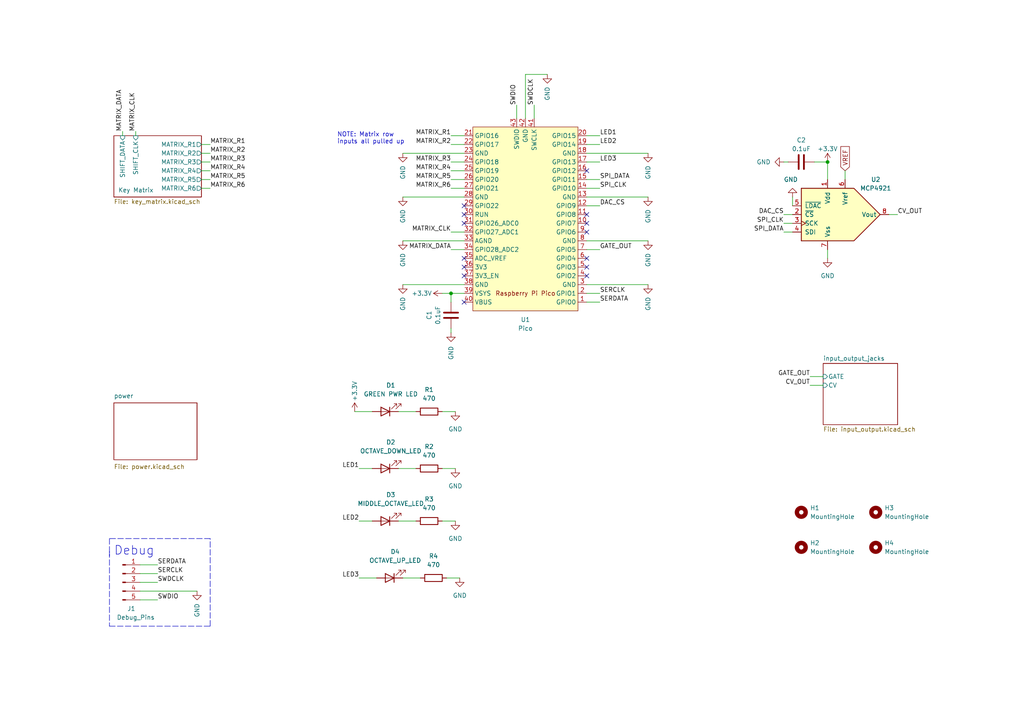
<source format=kicad_sch>
(kicad_sch (version 20211123) (generator eeschema)
  (paper "A4")
  (title_block (title "Keyboard Controller") (rev "1"))
  (lib_symbols
    (symbol "Analog_DAC:MCP4921" (pin_names (offset 1.016))
      (property "Reference" "U" (at 6.35 10.795 0))
      (property "Value" "MCP4921" (at 6.35 8.89 0))
      (symbol "MCP4921_0_0"
        (polyline (pts (xy 15.24 0) (xy 7.62 7.62) (xy -7.62 7.62) (xy -7.62 -7.62) (xy 7.62 -7.62) (xy 15.24 0)) (stroke (width 0.254)) (fill (type background)))
      )
      (symbol "MCP4921_1_1"
        (pin power_in line (at 0 10.16 270) (length 2.54) (name "Vdd") (number "1"))
        (pin input line (at -10.16 0 0) (length 2.54) (name "~{CS}") (number "2"))
        (pin input clock (at -10.16 -2.54 0) (length 2.54) (name "SCK") (number "3"))
        (pin input line (at -10.16 -5.08 0) (length 2.54) (name "SDI") (number "4"))
        (pin input line (at -10.16 2.54 0) (length 2.54) (name "~{LDAC}") (number "5"))
        (pin power_in line (at 5.08 10.16 270) (length 2.54) (name "Vref") (number "6"))
        (pin power_in line (at 0 -10.16 90) (length 2.54) (name "Vss") (number "7"))
        (pin output line (at 17.78 0 180) (length 2.54) (name "Vout") (number "8"))
      )
    )
    (symbol "Connector:Conn_01x05_Male" (pin_names (offset 1.016) hide)
      (property "Reference" "J" (at 0 7.62 0))
      (property "Value" "Conn_01x05_Male" (at 0 -7.62 0))
      (symbol "Conn_01x05_Male_1_1"
        (polyline (pts (xy 1.27 -5.08) (xy 0.8636 -5.08)) (stroke (width 0.1524)))
        (polyline (pts (xy 1.27 -2.54) (xy 0.8636 -2.54)) (stroke (width 0.1524)))
        (polyline (pts (xy 1.27 0) (xy 0.8636 0)) (stroke (width 0.1524)))
        (polyline (pts (xy 1.27 2.54) (xy 0.8636 2.54)) (stroke (width 0.1524)))
        (polyline (pts (xy 1.27 5.08) (xy 0.8636 5.08)) (stroke (width 0.1524)))
        (rectangle (start 0.8636 -4.953) (end 0 -5.207) (stroke (width 0.1524)) (fill (type outline)))
        (rectangle (start 0.8636 -2.413) (end 0 -2.667) (stroke (width 0.1524)) (fill (type outline)))
        (rectangle (start 0.8636 0.127) (end 0 -0.127) (stroke (width 0.1524)) (fill (type outline)))
        (rectangle (start 0.8636 2.667) (end 0 2.413) (stroke (width 0.1524)) (fill (type outline)))
        (rectangle (start 0.8636 5.207) (end 0 4.953) (stroke (width 0.1524)) (fill (type outline)))
        (pin passive line (at 5.08 5.08 180) (length 3.81) (name "Pin_1") (number "1"))
        (pin passive line (at 5.08 2.54 180) (length 3.81) (name "Pin_2") (number "2"))
        (pin passive line (at 5.08 0 180) (length 3.81) (name "Pin_3") (number "3"))
        (pin passive line (at 5.08 -2.54 180) (length 3.81) (name "Pin_4") (number "4"))
        (pin passive line (at 5.08 -5.08 180) (length 3.81) (name "Pin_5") (number "5"))
      )
    )
    (symbol "Device:C" (pin_numbers hide) (pin_names (offset 0.254))
      (property "Reference" "C" (at 0.635 2.54 0))
      (property "Value" "C" (at 0.635 -2.54 0))
      (symbol "C_0_1"
        (polyline (pts (xy -2.032 -0.762) (xy 2.032 -0.762)) (stroke (width 0.508)))
        (polyline (pts (xy -2.032 0.762) (xy 2.032 0.762)) (stroke (width 0.508)))
      )
      (symbol "C_1_1"
        (pin passive line (at 0 3.81 270) (length 2.794) (name "~") (number "1"))
        (pin passive line (at 0 -3.81 90) (length 2.794) (name "~") (number "2"))
      )
    )
    (symbol "Device:LED" (pin_numbers hide) (pin_names (offset 1.016) hide)
      (property "Reference" "D" (at 0 2.54 0))
      (property "Value" "LED" (at 0 -2.54 0))
      (symbol "LED_0_1"
        (polyline (pts (xy -1.27 -1.27) (xy -1.27 1.27)) (stroke (width 0.254)))
        (polyline (pts (xy -1.27 0) (xy 1.27 0)))
        (polyline (pts (xy 1.27 -1.27) (xy 1.27 1.27) (xy -1.27 0) (xy 1.27 -1.27)) (stroke (width 0.254)))
        (polyline (pts (xy -3.048 -0.762) (xy -4.572 -2.286) (xy -3.81 -2.286) (xy -4.572 -2.286) (xy -4.572 -1.524)))
        (polyline (pts (xy -1.778 -0.762) (xy -3.302 -2.286) (xy -2.54 -2.286) (xy -3.302 -2.286) (xy -3.302 -1.524)))
      )
      (symbol "LED_1_1"
        (pin passive line (at -3.81 0 0) (length 2.54) (name "K") (number "1"))
        (pin passive line (at 3.81 0 180) (length 2.54) (name "A") (number "2"))
      )
    )
    (symbol "Device:R" (pin_numbers hide) (pin_names (offset 0))
      (property "Reference" "R" (at 2.032 0 90))
      (property "Value" "R" (at 0 0 90))
      (symbol "R_0_1"
        (rectangle (start -1.016 -2.54) (end 1.016 2.54) (stroke (width 0.254)))
      )
      (symbol "R_1_1"
        (pin passive line (at 0 3.81 270) (length 1.27) (name "~") (number "1"))
        (pin passive line (at 0 -3.81 90) (length 1.27) (name "~") (number "2"))
      )
    )
    (symbol "MCU_RaspberryPi_and_Boards:Pico"
      (property "Reference" "U" (at -13.97 27.94 0))
      (property "Value" "Pico" (at 0 19.05 0))
      (symbol "Pico_0_0"
        (text "Raspberry Pi Pico" (at 0 21.59 0) (effects (font (size 1.27 1.27))))
      )
      (symbol "Pico_0_1"
        (rectangle (start -15.24 26.67) (end 15.24 -26.67) (fill (type background)))
      )
      (symbol "Pico_1_1"
        (pin bidirectional line (at -17.78 24.13 0) (length 2.54) (name "GPIO0") (number "1"))
        (pin bidirectional line (at -17.78 1.27 0) (length 2.54) (name "GPIO7") (number "10"))
        (pin bidirectional line (at -17.78 -1.27 0) (length 2.54) (name "GPIO8") (number "11"))
        (pin bidirectional line (at -17.78 -3.81 0) (length 2.54) (name "GPIO9") (number "12"))
        (pin power_in line (at -17.78 -6.35 0) (length 2.54) (name "GND") (number "13"))
        (pin bidirectional line (at -17.78 -8.89 0) (length 2.54) (name "GPIO10") (number "14"))
        (pin bidirectional line (at -17.78 -11.43 0) (length 2.54) (name "GPIO11") (number "15"))
        (pin bidirectional line (at -17.78 -13.97 0) (length 2.54) (name "GPIO12") (number "16"))
        (pin bidirectional line (at -17.78 -16.51 0) (length 2.54) (name "GPIO13") (number "17"))
        (pin power_in line (at -17.78 -19.05 0) (length 2.54) (name "GND") (number "18"))
        (pin bidirectional line (at -17.78 -21.59 0) (length 2.54) (name "GPIO14") (number "19"))
        (pin bidirectional line (at -17.78 21.59 0) (length 2.54) (name "GPIO1") (number "2"))
        (pin bidirectional line (at -17.78 -24.13 0) (length 2.54) (name "GPIO15") (number "20"))
        (pin bidirectional line (at 17.78 -24.13 180) (length 2.54) (name "GPIO16") (number "21"))
        (pin bidirectional line (at 17.78 -21.59 180) (length 2.54) (name "GPIO17") (number "22"))
        (pin power_in line (at 17.78 -19.05 180) (length 2.54) (name "GND") (number "23"))
        (pin bidirectional line (at 17.78 -16.51 180) (length 2.54) (name "GPIO18") (number "24"))
        (pin bidirectional line (at 17.78 -13.97 180) (length 2.54) (name "GPIO19") (number "25"))
        (pin bidirectional line (at 17.78 -11.43 180) (length 2.54) (name "GPIO20") (number "26"))
        (pin bidirectional line (at 17.78 -8.89 180) (length 2.54) (name "GPIO21") (number "27"))
        (pin power_in line (at 17.78 -6.35 180) (length 2.54) (name "GND") (number "28"))
        (pin bidirectional line (at 17.78 -3.81 180) (length 2.54) (name "GPIO22") (number "29"))
        (pin power_in line (at -17.78 19.05 0) (length 2.54) (name "GND") (number "3"))
        (pin input line (at 17.78 -1.27 180) (length 2.54) (name "RUN") (number "30"))
        (pin bidirectional line (at 17.78 1.27 180) (length 2.54) (name "GPIO26_ADC0") (number "31"))
        (pin bidirectional line (at 17.78 3.81 180) (length 2.54) (name "GPIO27_ADC1") (number "32"))
        (pin power_in line (at 17.78 6.35 180) (length 2.54) (name "AGND") (number "33"))
        (pin bidirectional line (at 17.78 8.89 180) (length 2.54) (name "GPIO28_ADC2") (number "34"))
        (pin power_in line (at 17.78 11.43 180) (length 2.54) (name "ADC_VREF") (number "35"))
        (pin power_in line (at 17.78 13.97 180) (length 2.54) (name "3V3") (number "36"))
        (pin input line (at 17.78 16.51 180) (length 2.54) (name "3V3_EN") (number "37"))
        (pin power_in line (at 17.78 19.05 180) (length 2.54) (name "GND") (number "38"))
        (pin power_in line (at 17.78 21.59 180) (length 2.54) (name "VSYS") (number "39"))
        (pin bidirectional line (at -17.78 16.51 0) (length 2.54) (name "GPIO2") (number "4"))
        (pin power_in line (at 17.78 24.13 180) (length 2.54) (name "VBUS") (number "40"))
        (pin input line (at -2.54 -29.21 90) (length 2.54) (name "SWCLK") (number "41"))
        (pin power_in line (at 0 -29.21 90) (length 2.54) (name "GND") (number "42"))
        (pin bidirectional line (at 2.54 -29.21 90) (length 2.54) (name "SWDIO") (number "43"))
        (pin bidirectional line (at -17.78 13.97 0) (length 2.54) (name "GPIO3") (number "5"))
        (pin bidirectional line (at -17.78 11.43 0) (length 2.54) (name "GPIO4") (number "6"))
        (pin bidirectional line (at -17.78 8.89 0) (length 2.54) (name "GPIO5") (number "7"))
        (pin power_in line (at -17.78 6.35 0) (length 2.54) (name "GND") (number "8"))
        (pin bidirectional line (at -17.78 3.81 0) (length 2.54) (name "GPIO6") (number "9"))
      )
    )
    (symbol "Mechanical:MountingHole" (pin_names (offset 1.016))
      (property "Reference" "H" (at 0 5.08 0))
      (property "Value" "MountingHole" (at 0 3.175 0))
      (symbol "MountingHole_0_1"
        (circle (center 0 0) (radius 1.27) (stroke (width 1.27)))
      )
    )
    (symbol "power:+3.3V" (power) (pin_names (offset 0))
      (property "Value" "+3.3V" (at 0 3.556 0))
      (symbol "+3.3V_0_1"
        (polyline (pts (xy -0.762 1.27) (xy 0 2.54)))
        (polyline (pts (xy 0 0) (xy 0 2.54)))
        (polyline (pts (xy 0 2.54) (xy 0.762 1.27)))
      )
      (symbol "+3.3V_1_1"
        (pin power_in line (at 0 0 90) (length 0) hide (name "+3.3V") (number "1"))
      )
    )
    (symbol "power:GND" (power) (pin_names (offset 0))
      (property "Value" "GND" (at 0 -3.81 0))
      (symbol "GND_0_1"
        (polyline (pts (xy 0 0) (xy 0 -1.27) (xy 1.27 -1.27) (xy 0 -2.54) (xy -1.27 -1.27) (xy 0 -1.27)))
      )
      (symbol "GND_1_1"
        (pin power_in line (at 0 0 270) (length 0) hide (name "GND") (number "1"))
      )
    )
  )
  (junction (at 240.03 46.99))
  (junction (at 130.81 85.09))
  (no_connect (at 134.62 74.93))
  (no_connect (at 134.62 77.47))
  (no_connect (at 134.62 80.01))
  (no_connect (at 170.18 80.01))
  (no_connect (at 170.18 77.47))
  (no_connect (at 170.18 74.93))
  (no_connect (at 170.18 62.23))
  (no_connect (at 170.18 64.77))
  (no_connect (at 170.18 67.31))
  (no_connect (at 170.18 49.53))
  (no_connect (at 134.62 87.63))
  (no_connect (at 134.62 64.77))
  (no_connect (at 134.62 59.69))
  (no_connect (at 134.62 62.23))
  (polyline (pts (xy 31.75 156.21) (xy 31.75 161.29)))
  (wire (pts (xy 128.27 151.13) (xy 132.08 151.13)))
  (wire (pts (xy 130.81 96.52) (xy 130.81 95.25)))
  (polyline (pts (xy 60.96 181.61) (xy 60.96 156.21)))
  (wire (pts (xy 116.84 69.85) (xy 134.62 69.85)))
  (wire (pts (xy 227.33 62.23) (xy 229.87 62.23)))
  (wire (pts (xy 58.42 52.07) (xy 60.96 52.07)))
  (wire (pts (xy 102.87 119.38) (xy 107.95 119.38)))
  (wire (pts (xy 170.18 87.63) (xy 173.99 87.63)))
  (wire (pts (xy 40.64 173.99) (xy 45.72 173.99)))
  (wire (pts (xy 129.54 167.64) (xy 133.35 167.64)))
  (wire (pts (xy 130.81 52.07) (xy 134.62 52.07)))
  (wire (pts (xy 58.42 44.45) (xy 60.96 44.45)))
  (wire (pts (xy 130.81 85.09) (xy 130.81 87.63)))
  (wire (pts (xy 154.94 30.48) (xy 154.94 34.29)))
  (wire (pts (xy 170.18 41.91) (xy 173.99 41.91)))
  (wire (pts (xy 130.81 39.37) (xy 134.62 39.37)))
  (wire (pts (xy 115.57 119.38) (xy 120.65 119.38)))
  (wire (pts (xy 227.33 64.77) (xy 229.87 64.77)))
  (wire (pts (xy 130.81 85.09) (xy 128.27 85.09)))
  (wire (pts (xy 116.84 167.64) (xy 121.92 167.64)))
  (wire (pts (xy 170.18 85.09) (xy 173.99 85.09)))
  (wire (pts (xy 116.84 44.45) (xy 134.62 44.45)))
  (wire (pts (xy 149.86 30.48) (xy 149.86 34.29)))
  (wire (pts (xy 115.57 151.13) (xy 120.65 151.13)))
  (wire (pts (xy 187.96 44.45) (xy 170.18 44.45)))
  (wire (pts (xy 170.18 72.39) (xy 173.99 72.39)))
  (wire (pts (xy 130.81 67.31) (xy 134.62 67.31)))
  (wire (pts (xy 240.03 46.99) (xy 240.03 52.07)))
  (wire (pts (xy 130.81 49.53) (xy 134.62 49.53)))
  (wire (pts (xy 128.27 119.38) (xy 132.08 119.38)))
  (wire (pts (xy 58.42 49.53) (xy 60.96 49.53)))
  (wire (pts (xy 58.42 41.91) (xy 60.96 41.91)))
  (wire (pts (xy 104.14 135.89) (xy 107.95 135.89)))
  (wire (pts (xy 170.18 46.99) (xy 173.99 46.99)))
  (wire (pts (xy 187.96 69.85) (xy 170.18 69.85)))
  (wire (pts (xy 227.33 46.99) (xy 228.6 46.99)))
  (wire (pts (xy 170.18 59.69) (xy 173.99 59.69)))
  (polyline (pts (xy 31.75 181.61) (xy 60.96 181.61)))
  (wire (pts (xy 130.81 72.39) (xy 134.62 72.39)))
  (polyline (pts (xy 31.75 160.02) (xy 31.75 181.61)))
  (wire (pts (xy 152.4 21.59) (xy 158.75 21.59)))
  (wire (pts (xy 40.64 171.45) (xy 57.15 171.45)))
  (wire (pts (xy 229.87 57.15) (xy 229.87 59.69)))
  (wire (pts (xy 39.37 38.1) (xy 39.37 39.37)))
  (wire (pts (xy 240.03 72.39) (xy 240.03 74.93)))
  (wire (pts (xy 115.57 135.89) (xy 120.65 135.89)))
  (wire (pts (xy 130.81 41.91) (xy 134.62 41.91)))
  (wire (pts (xy 40.64 168.91) (xy 45.72 168.91)))
  (wire (pts (xy 170.18 54.61) (xy 173.99 54.61)))
  (wire (pts (xy 134.62 85.09) (xy 130.81 85.09)))
  (wire (pts (xy 257.81 62.23) (xy 260.35 62.23)))
  (wire (pts (xy 35.56 38.1) (xy 35.56 39.37)))
  (wire (pts (xy 170.18 52.07) (xy 173.99 52.07)))
  (wire (pts (xy 170.18 82.55) (xy 187.96 82.55)))
  (wire (pts (xy 187.96 57.15) (xy 170.18 57.15)))
  (wire (pts (xy 152.4 34.29) (xy 152.4 21.59)))
  (wire (pts (xy 104.14 151.13) (xy 107.95 151.13)))
  (wire (pts (xy 116.84 82.55) (xy 134.62 82.55)))
  (wire (pts (xy 245.11 49.53) (xy 245.11 52.07)))
  (wire (pts (xy 234.95 111.76) (xy 238.76 111.76)))
  (wire (pts (xy 234.95 109.22) (xy 238.76 109.22)))
  (wire (pts (xy 128.27 135.89) (xy 132.08 135.89)))
  (wire (pts (xy 40.64 166.37) (xy 45.72 166.37)))
  (wire (pts (xy 104.14 167.64) (xy 109.22 167.64)))
  (wire (pts (xy 170.18 39.37) (xy 173.99 39.37)))
  (polyline (pts (xy 60.96 156.21) (xy 31.75 156.21)))
  (wire (pts (xy 227.33 67.31) (xy 229.87 67.31)))
  (wire (pts (xy 40.64 163.83) (xy 45.72 163.83)))
  (wire (pts (xy 130.81 54.61) (xy 134.62 54.61)))
  (wire (pts (xy 116.84 57.15) (xy 134.62 57.15)))
  (wire (pts (xy 58.42 46.99) (xy 60.96 46.99)))
  (wire (pts (xy 130.81 46.99) (xy 134.62 46.99)))
  (wire (pts (xy 58.42 54.61) (xy 60.96 54.61)))
  (wire (pts (xy 236.22 46.99) (xy 240.03 46.99)))
  (text "NOTE: Matrix row \ninputs all pulled up" (at 97.79 41.91 0) (effects (font (size 1.27 1.27)) (justify left bottom)))
  (text "Debug" (at 33.02 161.29 0) (effects (font (size 2.54 2.54)) (justify left bottom)))
  (label "SWDIO" (at 149.86 30.48 90))
  (label "SERCLK" (at 173.99 85.09 0))
  (label "SERCLK" (at 45.72 166.37 0))
  (label "MATRIX_R4" (at 130.81 49.53 180))
  (label "SPI_DATA" (at 173.99 52.07 0))
  (label "SPI_DATA" (at 227.33 67.31 180))
  (label "LED2" (at 104.14 151.13 180))
  (label "SWDCLK" (at 154.94 30.48 90))
  (label "MATRIX_CLK" (at 130.81 67.31 180))
  (label "MATRIX_R1" (at 130.81 39.37 180))
  (label "SWDIO" (at 45.72 173.99 0))
  (label "MATRIX_R4" (at 60.96 49.53 0))
  (label "MATRIX_R5" (at 130.81 52.07 180))
  (label "MATRIX_R6" (at 130.81 54.61 180))
  (label "MATRIX_R1" (at 60.96 41.91 0))
  (label "MATRIX_R2" (at 130.81 41.91 180))
  (label "MATRIX_DATA" (at 130.81 72.39 180))
  (label "MATRIX_R3" (at 130.81 46.99 180))
  (label "SERDATA" (at 45.72 163.83 0))
  (label "SERDATA" (at 173.99 87.63 0))
  (label "MATRIX_R6" (at 60.96 54.61 0))
  (label "MATRIX_DATA" (at 35.56 38.1 90))
  (label "MATRIX_R2" (at 60.96 44.45 0))
  (label "CV_OUT" (at 234.95 111.76 180))
  (label "LED2" (at 173.99 41.91 0))
  (label "DAC_CS" (at 227.33 62.23 180))
  (label "DAC_CS" (at 173.99 59.69 0))
  (label "SPI_CLK" (at 227.33 64.77 180))
  (label "GATE_OUT" (at 234.95 109.22 180))
  (label "LED3" (at 104.14 167.64 180))
  (label "MATRIX_R5" (at 60.96 52.07 0))
  (label "LED1" (at 104.14 135.89 180))
  (label "LED1" (at 173.99 39.37 0))
  (label "LED3" (at 173.99 46.99 0))
  (label "MATRIX_CLK" (at 39.37 38.1 90))
  (label "GATE_OUT" (at 173.99 72.39 0))
  (label "SWDCLK" (at 45.72 168.91 0))
  (label "CV_OUT" (at 260.35 62.23 0))
  (label "SPI_CLK" (at 173.99 54.61 0))
  (label "MATRIX_R3" (at 60.96 46.99 0))
  (global_label "VREF" (shape input) (at 245.11 49.53 90) (property "Intersheet References" "${INTERSHEET_REFS}" (effects hide)))
  (symbol (lib_id "power:GND") (at 133.35 167.64 0) (unit 1)
    (property "Reference" "#PWR012" (effects hide))
    (property "Value" "GND" (at 133.35 172.72 0))
  )
  (symbol (lib_id "Device:LED") (at 111.76 119.38 180) (unit 1)
    (property "Reference" "D1" (at 113.3475 111.76 0))
    (property "Value" "GREEN PWR LED" (at 113.3475 114.3 0))
    (property "Footprint" "LED_THT:LED_D5.0mm" (effects hide))
    (property "Supplier" "Tayda" (effects hide))
    (property "Manufacturer" "Tayda" (effects hide))
    (property "Manufacturer Part No." "LED 5mm Green" (effects hide))
    (property "Supplier Part No." "A-1553" (effects hide))
  )
  (symbol (lib_id "power:+3.3V") (at 240.03 46.99 0) (unit 1)
    (property "Reference" "#PWR024" (effects hide))
    (property "Value" "+3.3V" (at 240.03 43.18 0))
  )
  (symbol (lib_id "power:GND") (at 116.84 82.55 0) (unit 1)
    (property "Reference" "#PWR06" (effects hide))
    (property "Value" "GND" (at 116.84 90.17 90) (effects (justify left)))
  )
  (symbol (lib_id "power:GND") (at 116.84 57.15 0) (unit 1)
    (property "Reference" "#PWR04" (effects hide))
    (property "Value" "GND" (at 116.84 64.77 90) (effects (justify left)))
  )
  (symbol (lib_id "power:GND") (at 240.03 74.93 0) (unit 1)
    (property "Reference" "#PWR025" (effects hide))
    (property "Value" "GND" (at 240.03 80.01 0))
  )
  (symbol (lib_id "power:+3.3V") (at 128.27 85.09 90) (mirror x) (unit 1)
    (property "Reference" "#PWR07" (effects hide))
    (property "Value" "+3.3V" (at 119.38 85.09 90) (effects (justify right)))
  )
  (symbol (lib_id "power:GND") (at 187.96 69.85 0) (mirror y) (unit 1)
    (property "Reference" "#PWR020" (effects hide))
    (property "Value" "GND" (at 187.96 77.47 90) (effects (justify left)))
  )
  (symbol (lib_id "power:GND") (at 158.75 21.59 0) (mirror y) (unit 1)
    (property "Reference" "#PWR014" (effects hide))
    (property "Value" "GND" (at 158.75 29.21 90) (effects (justify left)))
  )
  (symbol (lib_id "Device:R") (at 125.73 167.64 90) (unit 1)
    (property "Reference" "R4" (at 125.73 161.29 90))
    (property "Value" "470" (at 125.73 163.83 90))
    (property "Footprint" "Royal_Ohm_Resistors:R_Axial_DIN0207_L6.8mm_D2.5mm_P10.16mm_Horizontal" (effects hide))
    (property "Supplier" "Tayda" (effects hide))
    (property "Manufacturer" "Royal Ohm" (effects hide))
    (property "Manufacturer Part No." "MF0W4FF4700A50" (effects hide))
    (property "Supplier Part No." "A-2247" (effects hide))
  )
  (symbol (lib_id "MCU_RaspberryPi_and_Boards:Pico") (at 152.4 63.5 180) (unit 1)
    (property "Reference" "U1" (at 152.4 92.71 0))
    (property "Value" "Pico" (at 152.4 95.25 0))
    (property "Footprint" "MCU_RaspberryPi_and_Boards:RPi_Pico_SMD_TH" (effects hide))
    (property "Manufacturer" "Raspberry Pi" (effects hide))
    (property "Manufacturer Part No." "SC0915" (effects hide))
    (property "Supplier" "Digikey" (effects hide))
    (property "Supplier Part No." "2648-SC0915CT-ND" (effects hide))
  )
  (symbol (lib_id "Mechanical:MountingHole") (at 254 148.59 0) (unit 1)
    (property "Reference" "H3" (at 256.54 147.3199 0) (effects (justify left)))
    (property "Value" "MountingHole" (at 256.54 149.8599 0) (effects (justify left)))
    (property "Footprint" "MountingHole:MountingHole_3.2mm_M3" (effects hide))
    (property "Manufacturer" "N/A" (effects hide))
    (property "Manufacturer Part No." "N/A" (effects hide))
    (property "Notes" "N/A" (effects hide))
    (property "Supplier" "N/A" (effects hide))
    (property "Supplier Part No." "N/A" (effects hide))
  )
  (symbol (lib_id "Mechanical:MountingHole") (at 232.41 148.59 0) (unit 1)
    (property "Reference" "H1" (at 234.95 147.3199 0) (effects (justify left)))
    (property "Value" "MountingHole" (at 234.95 149.8599 0) (effects (justify left)))
    (property "Footprint" "MountingHole:MountingHole_3.2mm_M3" (effects hide))
    (property "Manufacturer" "N/A" (effects hide))
    (property "Manufacturer Part No." "N/A" (effects hide))
    (property "Notes" "N/A" (effects hide))
    (property "Supplier" "N/A" (effects hide))
    (property "Supplier Part No." "N/A" (effects hide))
  )
  (symbol (lib_id "Device:R") (at 124.46 135.89 90) (unit 1)
    (property "Reference" "R2" (at 124.46 129.54 90))
    (property "Value" "470" (at 124.46 132.08 90))
    (property "Footprint" "Royal_Ohm_Resistors:R_Axial_DIN0207_L6.8mm_D2.5mm_P10.16mm_Horizontal" (effects hide))
    (property "Supplier" "Tayda" (effects hide))
    (property "Manufacturer" "Royal Ohm" (effects hide))
    (property "Manufacturer Part No." "MF0W4FF4700A50" (effects hide))
    (property "Supplier Part No." "A-2247" (effects hide))
  )
  (symbol (lib_id "Device:C") (at 232.41 46.99 90) (unit 1)
    (property "Reference" "C2" (at 232.41 40.64 90))
    (property "Value" "0.1uF" (at 232.41 43.18 90))
    (property "Footprint" "AEC_Capacitors:C_Disc_D5.0mm_W2.5mm_P3.0mm" (effects hide))
    (property "Supplier" "Tayda" (effects hide))
    (property "Manufacturer" "AEC" (effects hide))
    (property "Manufacturer Part No." "0.1uF 50V Ceramic Disc Capacitor" (effects hide))
    (property "Supplier Part No." "A-4008" (effects hide))
    (property "Notes" "Ceramic" (effects hide))
  )
  (symbol (lib_id "power:GND") (at 187.96 44.45 0) (mirror y) (unit 1)
    (property "Reference" "#PWR018" (effects hide))
    (property "Value" "GND" (at 187.96 52.07 90) (effects (justify left)))
  )
  (symbol (lib_id "Device:LED") (at 113.03 167.64 180) (unit 1)
    (property "Reference" "D4" (at 114.6175 160.02 0))
    (property "Value" "OCTAVE_UP_LED" (at 114.6175 162.56 0))
    (property "Footprint" "LED_THT:LED_D5.0mm" (effects hide))
    (property "Supplier" "Mouser" (effects hide))
    (property "Manufacturer" "Cree LED" (effects hide))
    (property "Manufacturer Part No." "C503B-RAN-CZ0C0AA1 " (effects hide))
    (property "Notes" "Standard 5mm Red LED" (effects hide))
    (property "Supplier Part No." "941-C503BRANCZ0C0AA1 " (effects hide))
  )
  (symbol (lib_id "Mechanical:MountingHole") (at 254 158.75 0) (unit 1)
    (property "Reference" "H4" (at 256.54 157.4799 0) (effects (justify left)))
    (property "Value" "MountingHole" (at 256.54 160.0199 0) (effects (justify left)))
    (property "Footprint" "MountingHole:MountingHole_3.2mm_M3" (effects hide))
    (property "Manufacturer" "N/A" (effects hide))
    (property "Manufacturer Part No." "N/A" (effects hide))
    (property "Notes" "N/A" (effects hide))
    (property "Supplier" "N/A" (effects hide))
    (property "Supplier Part No." "N/A" (effects hide))
  )
  (symbol (lib_id "power:GND") (at 130.81 96.52 0) (unit 1)
    (property "Reference" "#PWR08" (effects hide))
    (property "Value" "GND" (at 130.8099 100.33 90) (effects (justify right)))
  )
  (symbol (lib_id "power:GND") (at 57.15 171.45 0) (unit 1)
    (property "Reference" "#PWR01" (effects hide))
    (property "Value" "GND" (at 57.15 179.07 90) (effects (justify left)))
  )
  (symbol (lib_id "power:+3.3V") (at 102.87 119.38 0) (mirror y) (unit 1)
    (property "Reference" "#PWR02" (effects hide))
    (property "Value" "+3.3V" (at 102.87 110.49 90) (effects (justify right)))
  )
  (symbol (lib_id "power:GND") (at 132.08 135.89 0) (unit 1)
    (property "Reference" "#PWR010" (effects hide))
    (property "Value" "GND" (at 132.08 140.97 0))
  )
  (symbol (lib_id "Mechanical:MountingHole") (at 232.41 158.75 0) (unit 1)
    (property "Reference" "H2" (at 234.95 157.4799 0) (effects (justify left)))
    (property "Value" "MountingHole" (at 234.95 160.0199 0) (effects (justify left)))
    (property "Footprint" "MountingHole:MountingHole_3.2mm_M3" (effects hide))
    (property "Manufacturer" "N/A" (effects hide))
    (property "Manufacturer Part No." "N/A" (effects hide))
    (property "Notes" "N/A" (effects hide))
    (property "Supplier" "N/A" (effects hide))
    (property "Supplier Part No." "N/A" (effects hide))
  )
  (symbol (lib_id "power:GND") (at 187.96 57.15 0) (mirror y) (unit 1)
    (property "Reference" "#PWR019" (effects hide))
    (property "Value" "GND" (at 187.96 64.77 90) (effects (justify left)))
  )
  (symbol (lib_id "Device:C") (at 130.81 91.44 180) (unit 1)
    (property "Reference" "C1" (at 124.46 91.44 90))
    (property "Value" "0.1uF" (at 127 91.44 90))
    (property "Footprint" "AEC_Capacitors:C_Disc_D5.0mm_W2.5mm_P3.0mm" (effects hide))
    (property "Supplier" "Tayda" (effects hide))
    (property "Manufacturer" "AEC" (effects hide))
    (property "Manufacturer Part No." "0.1uF 50V Ceramic Disc Capacitor" (effects hide))
    (property "Supplier Part No." "A-4008" (effects hide))
    (property "Notes" "Ceramic" (effects hide))
  )
  (symbol (lib_id "Device:LED") (at 111.76 151.13 180) (unit 1)
    (property "Reference" "D3" (at 113.3475 143.51 0))
    (property "Value" "MIDDLE_OCTAVE_LED" (at 113.3475 146.05 0))
    (property "Footprint" "LED_THT:LED_D5.0mm" (effects hide))
    (property "Supplier" "Mouser" (effects hide))
    (property "Manufacturer" "Cree LED" (effects hide))
    (property "Manufacturer Part No." "C503B-RAN-CZ0C0AA1 " (effects hide))
    (property "Notes" "Standard 5mm Red LED" (effects hide))
    (property "Supplier Part No." "941-C503BRANCZ0C0AA1 " (effects hide))
  )
  (symbol (lib_id "Connector:Conn_01x05_Male") (at 35.56 168.91 0) (unit 1)
    (property "Reference" "J1" (at 38.1 176.53 0))
    (property "Value" "Debug_Pins" (at 39.37 179.07 0))
    (property "Footprint" "Connector_PinHeader_2.54mm:PinHeader_1x05_P2.54mm_Vertical" (effects hide))
    (property "Supplier" "Tayda" (effects hide))
    (property "Manufacturer" "GTK" (effects hide))
    (property "Manufacturer Part No." "PHSS05G10" (effects hide))
    (property "Supplier Part No." "A-5775" (effects hide))
  )
  (symbol (lib_id "power:GND") (at 227.33 46.99 270) (unit 1)
    (property "Reference" "#PWR022" (effects hide))
    (property "Value" "GND" (at 223.52 46.9899 90) (effects (justify right)))
  )
  (symbol (lib_id "Device:R") (at 124.46 119.38 90) (unit 1)
    (property "Reference" "R1" (at 124.46 113.03 90))
    (property "Value" "470" (at 124.46 115.57 90))
    (property "Footprint" "Royal_Ohm_Resistors:R_Axial_DIN0207_L6.8mm_D2.5mm_P10.16mm_Horizontal" (effects hide))
    (property "Supplier" "Tayda" (effects hide))
    (property "Manufacturer" "Royal Ohm" (effects hide))
    (property "Manufacturer Part No." "MF0W4FF4700A50" (effects hide))
    (property "Supplier Part No." "A-2247" (effects hide))
  )
  (symbol (lib_id "power:GND") (at 116.84 44.45 0) (unit 1)
    (property "Reference" "#PWR03" (effects hide))
    (property "Value" "GND" (at 116.84 52.07 90) (effects (justify left)))
  )
  (symbol (lib_id "Device:LED") (at 111.76 135.89 180) (unit 1)
    (property "Reference" "D2" (at 113.3475 128.27 0))
    (property "Value" "OCTAVE_DOWN_LED" (at 113.3475 130.81 0))
    (property "Footprint" "LED_THT:LED_D5.0mm" (effects hide))
    (property "Supplier" "Mouser" (effects hide))
    (property "Manufacturer" "Cree LED" (effects hide))
    (property "Manufacturer Part No." "C503B-RAN-CZ0C0AA1 " (effects hide))
    (property "Notes" "Standard 5mm Red LED" (effects hide))
    (property "Supplier Part No." "941-C503BRANCZ0C0AA1 " (effects hide))
  )
  (symbol (lib_id "Analog_DAC:MCP4921") (at 240.03 62.23 0) (unit 1)
    (property "Reference" "U2" (at 254 52.07 0))
    (property "Value" "MCP4921" (at 254 54.61 0))
    (property "Footprint" "Package_DIP:DIP-8_W7.62mm_Socket" (effects hide))
    (property "Datasheet" "http://ww1.microchip.com/downloads/en/DeviceDoc/22248a.pdf" (effects hide))
    (property "Manufacturer" "Microchip Technology / Atmel " (effects hide))
    (property "Manufacturer Part No." "MCP4921-E/P " (effects hide))
    (property "Supplier" "Mouser" (effects hide))
    (property "Supplier Part No." " 579-MCP4921-E/P" (effects hide))
  )
  (symbol (lib_id "power:GND") (at 229.87 57.15 180) (unit 1)
    (property "Reference" "#PWR023" (effects hide))
    (property "Value" "GND" (at 227.33 52.07 0) (effects (justify right)))
  )
  (symbol (lib_id "power:GND") (at 132.08 151.13 0) (unit 1)
    (property "Reference" "#PWR011" (effects hide))
    (property "Value" "GND" (at 132.08 156.21 0))
  )
  (symbol (lib_id "power:GND") (at 132.08 119.38 0) (unit 1)
    (property "Reference" "#PWR09" (effects hide))
    (property "Value" "GND" (at 132.08 124.46 0))
  )
  (symbol (lib_id "power:GND") (at 187.96 82.55 0) (mirror y) (unit 1)
    (property "Reference" "#PWR021" (effects hide))
    (property "Value" "GND" (at 187.96 90.17 90) (effects (justify left)))
  )
  (symbol (lib_id "power:GND") (at 116.84 69.85 0) (unit 1)
    (property "Reference" "#PWR05" (effects hide))
    (property "Value" "GND" (at 116.84 77.47 90) (effects (justify left)))
  )
  (symbol (lib_id "Device:R") (at 124.46 151.13 90) (unit 1)
    (property "Reference" "R3" (at 124.46 144.78 90))
    (property "Value" "470" (at 124.46 147.32 90))
    (property "Footprint" "Royal_Ohm_Resistors:R_Axial_DIN0207_L6.8mm_D2.5mm_P10.16mm_Horizontal" (effects hide))
    (property "Supplier" "Tayda" (effects hide))
    (property "Manufacturer" "Royal Ohm" (effects hide))
    (property "Manufacturer Part No." "MF0W4FF4700A50" (effects hide))
    (property "Supplier Part No." "A-2247" (effects hide))
  )
  (sheet (at 238.76 105.41) (size 21.59 17.78) (stroke (width 0.1524))
    (property "Sheet name" "input_output_jacks" (at 238.76 104.6984 0) (effects (justify left bottom)))
    (property "Sheet file" "input_output.kicad_sch" (at 238.76 123.7746 0) (effects (justify left top)))
    (pin "GATE" input (at 238.76 109.22 180))
    (pin "CV" input (at 238.76 111.76 180))
  )
  (sheet (at 33.02 39.37) (size 25.4 17.78) (stroke (width 0.1524))
    (property "Sheet name" "Key Matrix" (at 34.29 55.88 0) (effects (justify left bottom)))
    (property "Sheet file" "key_matrix.kicad_sch" (at 33.02 57.7346 0) (effects (justify left top)))
    (pin "MATRIX_R1" output (at 58.42 41.91 0))
    (pin "MATRIX_R3" output (at 58.42 46.99 0))
    (pin "MATRIX_R2" output (at 58.42 44.45 0))
    (pin "MATRIX_R4" output (at 58.42 49.53 0))
    (pin "MATRIX_R5" output (at 58.42 52.07 0))
    (pin "MATRIX_R6" output (at 58.42 54.61 0))
    (pin "SHIFT_DATA" input (at 35.56 39.37 90))
    (pin "SHIFT_CLK" input (at 39.37 39.37 90))
  )
  (sheet (at 33.02 116.84) (size 24.13 16.51) (stroke (width 0.1524))
    (property "Sheet name" "power" (at 33.02 115.57 0) (effects (justify left bottom)))
    (property "Sheet file" "power.kicad_sch" (at 33.02 134.62 0) (effects (justify left top)))
  )
)
</source>
